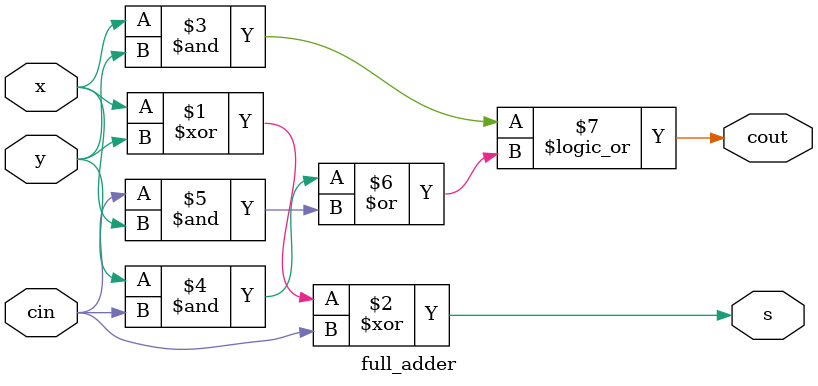
<source format=sv>
module ripple_adder
(
    input   logic[15:0]     A,
    input   logic[15:0]     B,
    output  logic[15:0]     Sum,
    output  logic           CO
);

    /* TODO
     *
     * Insert code here to implement a ripple adder.
     * Your code should be completly combinational (don't use always_ff or always_latch).
     * Feel free to create sub-modules or other files. */
		logic C0, C1, C2;
		
		four_bit_ra FRA0(.x(A[3:0]), .y(B[3:0]), .cin(1'b0), .s(Sum[3:0]), .COUT(C0));
		four_bit_ra FRA1(.x(A[7:4]), .y(B[7:4]), .cin(C0), .s(Sum[7:4]), .COUT(C1));
		four_bit_ra FRA2(.x(A[11:8]), .y(B[11:8]), .cin(C1), .s(Sum[11:8]), .COUT(C2));
		four_bit_ra FRA3(.x(A[15:12]), .y(B[15:12]), .cin(C2), .s(Sum[15:12]), .COUT(CO));
		
     
endmodule

module four_bit_ra(
	input [3:0] x, 
	input [3:0] y,
	input cin,
	output logic [3:0] s,
	output logic COUT
	);
	
	logic c0, c1, c2;
	
	full_adder fa0(.x(x[0]), .y(y[0]), .cin(cin), .s(s[0]), .cout(c0));
	full_adder fa1(.x(x[1]), .y(y[1]), .cin(c0 ), .s(s[1]), .cout(c1));
	full_adder fa2(.x(x[2]), .y(y[2]), .cin(c1 ), .s(s[2]), .cout(c2));
	full_adder fa3(.x(x[3]), .y(y[3]), .cin(c2 ), .s(s[3]), .cout(COUT));
	

endmodule


module full_adder(
	input x, y, cin,
	output logic s, cout
	);
	
	assign s= x^y^cin;
	assign cout=(x&y)||(y&cin)|(cin&x);
	
endmodule
	
	
</source>
